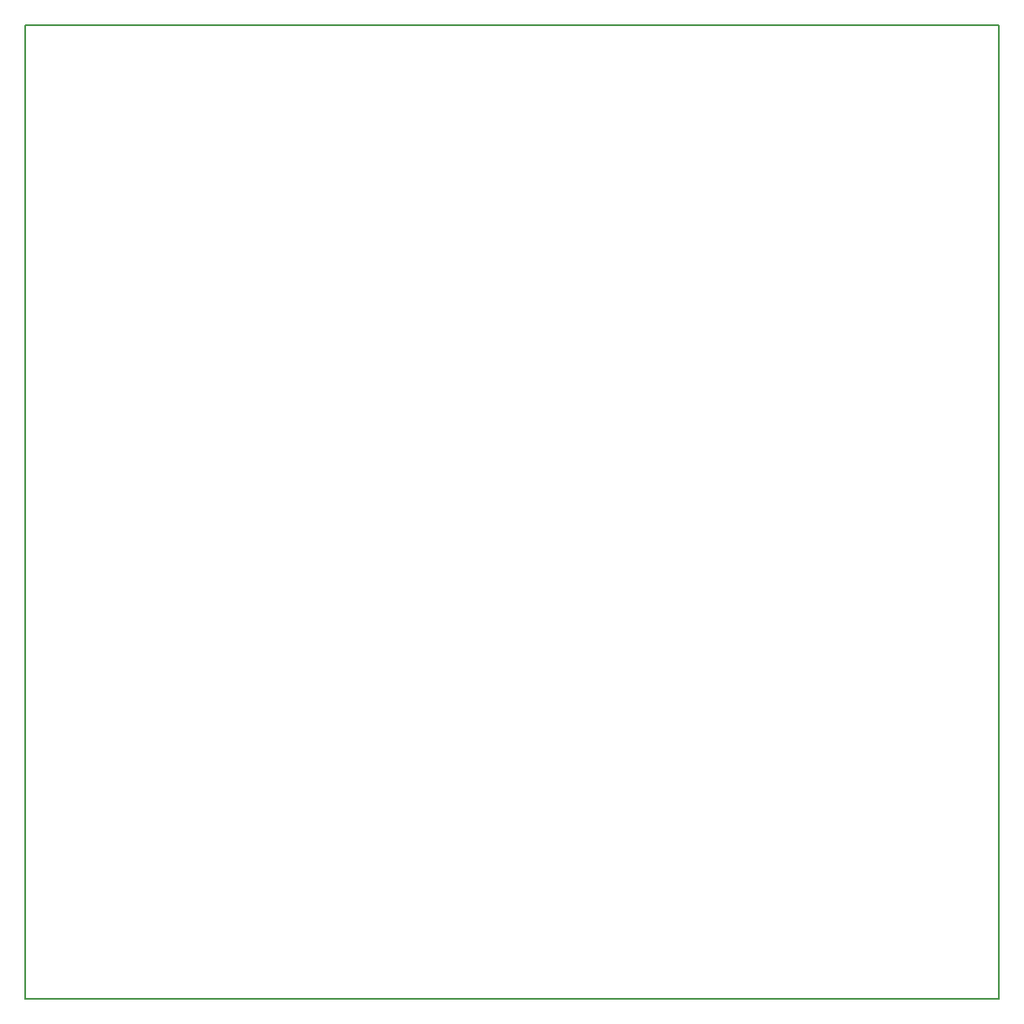
<source format=gm1>
%FSLAX23Y23*%
%MOMM*%
%SFA1B1*%

%IPPOS*%
%ADD28C,0.150000*%
%LNanalogpsu-1*%
%LPD*%
G54D28*
X0Y0D02*
X94999D01*
Y94999*
X0D02*
X94999D01*
X0Y0D02*
Y94999D01*
M02*
</source>
